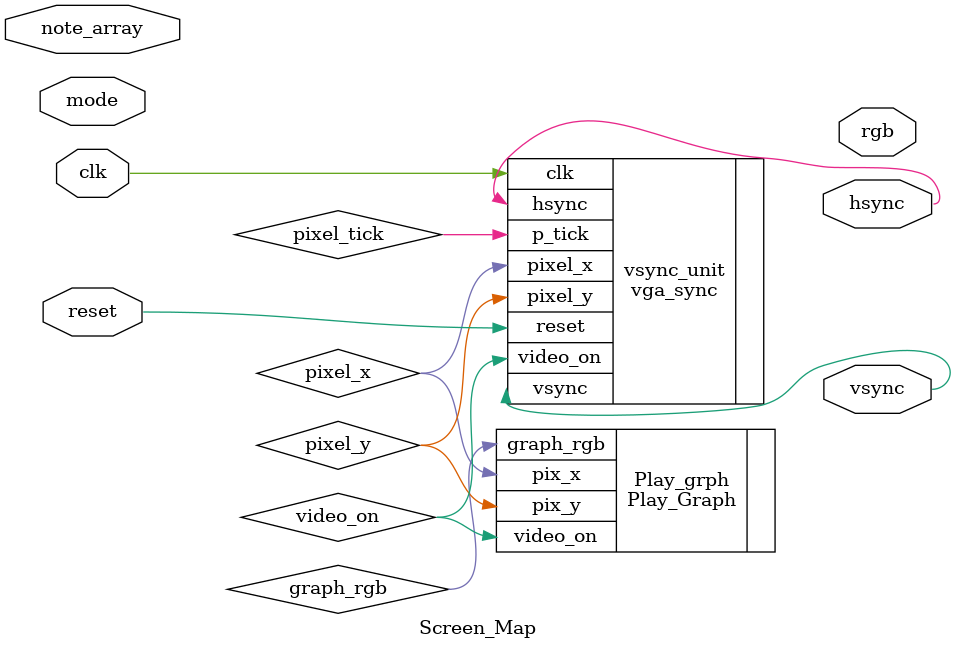
<source format=v>
`timescale 1ns / 1ps
module Screen_Map(
	input wire clk, reset,
	input [7:0] note_array,
	input mode, //0 is listen mode, 1 is play mode
	output wire [2:0] rgb,
	output wire hsync, vsync
    );

// instantiate vga sync circuit
vga_sync vsync_unit
      (.clk(clk), .reset(reset), .hsync(hsync), .vsync(vsync),
       .video_on(video_on), .p_tick(pixel_tick),
       .pixel_x(pixel_x), .pixel_y(pixel_y));
//instantiate grapic generator

Play_Graph Play_grph (
    .video_on(video_on), 
    .pix_x(pixel_x), 
    .pix_y(pixel_y), 
    .graph_rgb(graph_rgb)
    );


endmodule

</source>
